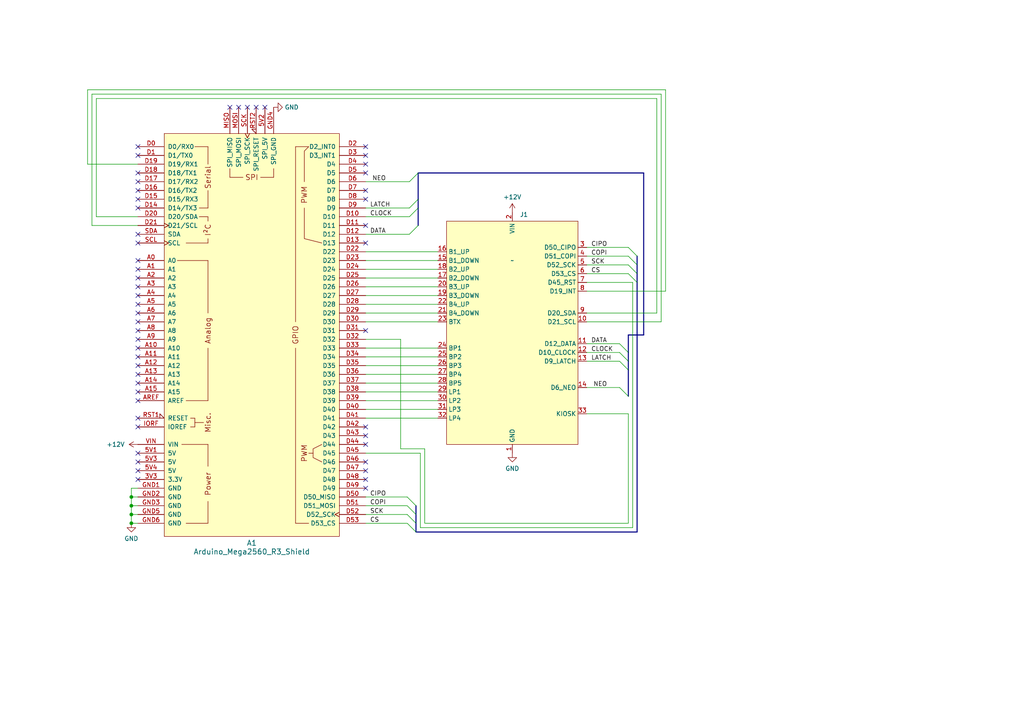
<source format=kicad_sch>
(kicad_sch (version 20230121) (generator eeschema)
  (paper "A4")
  (lib_symbols
    (symbol "Arduino:Arduino_Mega2560_R3_Shield" (pin_names (offset 1.016))
      (property "Reference" "A" (at 0 -62.23 0))
      (property "Value" "Arduino_Mega2560_R3_Shield" (at 0 -66.04 0))
      (symbol "Arduino_Mega2560_R3_Shield_0_0"
        (rectangle (start -25.4 -58.42) (end 25.4 58.42) (fill (type background)))
        (rectangle (start -20.32 -31.75) (end -12.7 -31.75))
        (rectangle (start -19.05 -54.61) (end -12.7 -54.61))
        (rectangle (start -19.05 -19.05) (end -12.7 -19.05))
        (rectangle (start -19.05 26.67) (end -12.7 26.67))
        (rectangle (start -17.78 -26.67) (end -16.51 -26.67))
        (rectangle (start -17.78 -24.13) (end -16.51 -24.13))
        (rectangle (start -16.51 -25.4) (end -13.97 -25.4))
        (rectangle (start -16.51 -24.13) (end -16.51 -26.67))
        (rectangle (start -16.51 54.61) (end -12.7 54.61))
        (rectangle (start -15.24 34.29) (end -12.7 34.29))
        (rectangle (start -15.24 36.83) (end -12.7 36.83))
        (rectangle (start -12.7 -54.61) (end -12.7 -48.26))
        (rectangle (start -12.7 -31.75) (end -12.7 -38.1))
        (rectangle (start -12.7 26.67) (end -12.7 27.94))
        (rectangle (start -12.7 34.29) (end -12.7 33.02))
        (rectangle (start -12.7 41.91) (end -12.7 36.83))
        (rectangle (start -12.7 49.53) (end -12.7 54.61))
        (rectangle (start -6.35 48.26) (end -6.35 45.72))
        (rectangle (start -2.54 45.72) (end -6.35 45.72))
        (polyline (pts (xy -21.59 21.59) (xy -12.7 21.59)))
        (polyline (pts (xy -12.7 -19.05) (xy -12.7 -3.81)))
        (polyline (pts (xy -12.7 6.35) (xy -12.7 21.59)))
        (polyline (pts (xy 12.7 -54.61) (xy 16.51 -54.61)))
        (polyline (pts (xy 12.7 54.61) (xy 16.51 54.61)))
        (polyline (pts (xy 17.78 -34.29) (xy 16.51 -34.29)))
        (polyline (pts (xy 15.24 36.83) (xy 15.24 27.94) (xy 20.32 26.67)))
        (polyline (pts (xy 15.24 44.45) (xy 15.24 53.34) (xy 16.51 54.61)))
        (polyline (pts (xy 20.32 -31.75) (xy 17.78 -33.02) (xy 17.78 -35.56) (xy 20.32 -36.83)))
        (rectangle (start 6.35 45.72) (end 2.54 45.72))
        (rectangle (start 6.35 48.26) (end 6.35 45.72))
        (text "Analog" (at -12.7 1.27 900) (effects (font (size 1.524 1.524))))
        (text "I²C" (at -12.7 30.48 900) (effects (font (size 1.524 1.524))))
        (text "Misc." (at -12.7 -25.4 900) (effects (font (size 1.524 1.524))))
        (text "Power" (at -12.7 -43.18 900) (effects (font (size 1.524 1.524))))
        (text "PWM" (at 15.24 -34.29 900) (effects (font (size 1.524 1.524))))
        (text "PWM" (at 15.24 40.64 900) (effects (font (size 1.524 1.524))))
        (text "Serial" (at -12.7 45.72 900) (effects (font (size 1.524 1.524))))
        (text "SPI" (at 0 45.72 0) (effects (font (size 1.524 1.524))))
      )
      (symbol "Arduino_Mega2560_R3_Shield_1_0"
        (rectangle (start 12.7 -54.61) (end 12.7 -3.81))
        (rectangle (start 12.7 54.61) (end 12.7 3.81))
        (text "GPIO" (at 12.7 0 900) (effects (font (size 1.524 1.524))))
      )
      (symbol "Arduino_Mega2560_R3_Shield_1_1"
        (pin power_out line (at -33.02 -41.91 0) (length 7.62) (name "3.3V") (number "3V3"))
        (pin power_in line (at -33.02 -34.29 0) (length 7.62) (name "5V") (number "5V1"))
        (pin power_in line (at 3.81 66.04 270) (length 7.62) (name "SPI_5V") (number "5V2"))
        (pin power_in line (at -33.02 -36.83 0) (length 7.62) (name "5V") (number "5V3"))
        (pin power_in line (at -33.02 -39.37 0) (length 7.62) (name "5V") (number "5V4"))
        (pin bidirectional line (at -33.02 21.59 0) (length 7.62) (name "A0") (number "A0"))
        (pin bidirectional line (at -33.02 19.05 0) (length 7.62) (name "A1") (number "A1"))
        (pin bidirectional line (at -33.02 -3.81 0) (length 7.62) (name "A10") (number "A10"))
        (pin bidirectional line (at -33.02 -6.35 0) (length 7.62) (name "A11") (number "A11"))
        (pin bidirectional line (at -33.02 -8.89 0) (length 7.62) (name "A12") (number "A12"))
        (pin bidirectional line (at -33.02 -11.43 0) (length 7.62) (name "A13") (number "A13"))
        (pin bidirectional line (at -33.02 -13.97 0) (length 7.62) (name "A14") (number "A14"))
        (pin bidirectional line (at -33.02 -16.51 0) (length 7.62) (name "A15") (number "A15"))
        (pin bidirectional line (at -33.02 16.51 0) (length 7.62) (name "A2") (number "A2"))
        (pin bidirectional line (at -33.02 13.97 0) (length 7.62) (name "A3") (number "A3"))
        (pin bidirectional line (at -33.02 11.43 0) (length 7.62) (name "A4") (number "A4"))
        (pin bidirectional line (at -33.02 8.89 0) (length 7.62) (name "A5") (number "A5"))
        (pin bidirectional line (at -33.02 6.35 0) (length 7.62) (name "A6") (number "A6"))
        (pin bidirectional line (at -33.02 3.81 0) (length 7.62) (name "A7") (number "A7"))
        (pin bidirectional line (at -33.02 1.27 0) (length 7.62) (name "A8") (number "A8"))
        (pin bidirectional line (at -33.02 -1.27 0) (length 7.62) (name "A9") (number "A9"))
        (pin input line (at -33.02 -19.05 0) (length 7.62) (name "AREF") (number "AREF"))
        (pin bidirectional line (at -33.02 54.61 0) (length 7.62) (name "D0/RX0") (number "D0"))
        (pin bidirectional line (at -33.02 52.07 0) (length 7.62) (name "D1/TX0") (number "D1"))
        (pin bidirectional line (at 33.02 34.29 180) (length 7.62) (name "D10") (number "D10"))
        (pin bidirectional line (at 33.02 31.75 180) (length 7.62) (name "D11") (number "D11"))
        (pin bidirectional line (at 33.02 29.21 180) (length 7.62) (name "D12") (number "D12"))
        (pin bidirectional line (at 33.02 26.67 180) (length 7.62) (name "D13") (number "D13"))
        (pin bidirectional line (at -33.02 36.83 0) (length 7.62) (name "D14/TX3") (number "D14"))
        (pin bidirectional line (at -33.02 39.37 0) (length 7.62) (name "D15/RX3") (number "D15"))
        (pin bidirectional line (at -33.02 41.91 0) (length 7.62) (name "D16/TX2") (number "D16"))
        (pin bidirectional line (at -33.02 44.45 0) (length 7.62) (name "D17/RX2") (number "D17"))
        (pin bidirectional line (at -33.02 46.99 0) (length 7.62) (name "D18/TX1") (number "D18"))
        (pin bidirectional line (at -33.02 49.53 0) (length 7.62) (name "D19/RX1") (number "D19"))
        (pin bidirectional line (at 33.02 54.61 180) (length 7.62) (name "D2_INT0") (number "D2"))
        (pin bidirectional line (at -33.02 34.29 0) (length 7.62) (name "D20/SDA") (number "D20"))
        (pin bidirectional clock (at -33.02 31.75 0) (length 7.62) (name "D21/SCL") (number "D21"))
        (pin bidirectional line (at 33.02 24.13 180) (length 7.62) (name "D22") (number "D22"))
        (pin bidirectional line (at 33.02 21.59 180) (length 7.62) (name "D23") (number "D23"))
        (pin bidirectional line (at 33.02 19.05 180) (length 7.62) (name "D24") (number "D24"))
        (pin bidirectional line (at 33.02 16.51 180) (length 7.62) (name "D25") (number "D25"))
        (pin bidirectional line (at 33.02 13.97 180) (length 7.62) (name "D26") (number "D26"))
        (pin bidirectional line (at 33.02 11.43 180) (length 7.62) (name "D27") (number "D27"))
        (pin bidirectional line (at 33.02 8.89 180) (length 7.62) (name "D28") (number "D28"))
        (pin bidirectional line (at 33.02 6.35 180) (length 7.62) (name "D29") (number "D29"))
        (pin bidirectional line (at 33.02 52.07 180) (length 7.62) (name "D3_INT1") (number "D3"))
        (pin bidirectional line (at 33.02 3.81 180) (length 7.62) (name "D30") (number "D30"))
        (pin bidirectional line (at 33.02 1.27 180) (length 7.62) (name "D31") (number "D31"))
        (pin bidirectional line (at 33.02 -1.27 180) (length 7.62) (name "D32") (number "D32"))
        (pin bidirectional line (at 33.02 -3.81 180) (length 7.62) (name "D33") (number "D33"))
        (pin bidirectional line (at 33.02 -6.35 180) (length 7.62) (name "D34") (number "D34"))
        (pin bidirectional line (at 33.02 -8.89 180) (length 7.62) (name "D35") (number "D35"))
        (pin bidirectional line (at 33.02 -11.43 180) (length 7.62) (name "D36") (number "D36"))
        (pin bidirectional line (at 33.02 -13.97 180) (length 7.62) (name "D37") (number "D37"))
        (pin bidirectional line (at 33.02 -16.51 180) (length 7.62) (name "D38") (number "D38"))
        (pin bidirectional line (at 33.02 -19.05 180) (length 7.62) (name "D39") (number "D39"))
        (pin bidirectional line (at 33.02 49.53 180) (length 7.62) (name "D4") (number "D4"))
        (pin bidirectional line (at 33.02 -21.59 180) (length 7.62) (name "D40") (number "D40"))
        (pin bidirectional line (at 33.02 -24.13 180) (length 7.62) (name "D41") (number "D41"))
        (pin bidirectional line (at 33.02 -26.67 180) (length 7.62) (name "D42") (number "D42"))
        (pin bidirectional line (at 33.02 -29.21 180) (length 7.62) (name "D43") (number "D43"))
        (pin bidirectional line (at 33.02 -31.75 180) (length 7.62) (name "D44") (number "D44"))
        (pin bidirectional line (at 33.02 -34.29 180) (length 7.62) (name "D45") (number "D45"))
        (pin bidirectional line (at 33.02 -36.83 180) (length 7.62) (name "D46") (number "D46"))
        (pin bidirectional line (at 33.02 -39.37 180) (length 7.62) (name "D47") (number "D47"))
        (pin bidirectional line (at 33.02 -41.91 180) (length 7.62) (name "D48") (number "D48"))
        (pin bidirectional line (at 33.02 -44.45 180) (length 7.62) (name "D49") (number "D49"))
        (pin bidirectional line (at 33.02 46.99 180) (length 7.62) (name "D5") (number "D5"))
        (pin bidirectional line (at 33.02 -46.99 180) (length 7.62) (name "D50_MISO") (number "D50"))
        (pin bidirectional line (at 33.02 -49.53 180) (length 7.62) (name "D51_MOSI") (number "D51"))
        (pin bidirectional clock (at 33.02 -52.07 180) (length 7.62) (name "D52_SCK") (number "D52"))
        (pin bidirectional line (at 33.02 -54.61 180) (length 7.62) (name "D53_CS") (number "D53"))
        (pin bidirectional line (at 33.02 44.45 180) (length 7.62) (name "D6") (number "D6"))
        (pin bidirectional line (at 33.02 41.91 180) (length 7.62) (name "D7") (number "D7"))
        (pin bidirectional line (at 33.02 39.37 180) (length 7.62) (name "D8") (number "D8"))
        (pin bidirectional line (at 33.02 36.83 180) (length 7.62) (name "D9") (number "D9"))
        (pin power_in line (at -33.02 -44.45 0) (length 7.62) (name "GND") (number "GND1"))
        (pin power_in line (at -33.02 -46.99 0) (length 7.62) (name "GND") (number "GND2"))
        (pin power_in line (at -33.02 -49.53 0) (length 7.62) (name "GND") (number "GND3"))
        (pin power_in line (at 6.35 66.04 270) (length 7.62) (name "SPI_GND") (number "GND4"))
        (pin power_in line (at -33.02 -52.07 0) (length 7.62) (name "GND") (number "GND5"))
        (pin power_in line (at -33.02 -54.61 0) (length 7.62) (name "GND") (number "GND6"))
        (pin output line (at -33.02 -26.67 0) (length 7.62) (name "IOREF") (number "IORF"))
        (pin input line (at -6.35 66.04 270) (length 7.62) (name "SPI_MISO") (number "MISO"))
        (pin output line (at -3.81 66.04 270) (length 7.62) (name "SPI_MOSI") (number "MOSI"))
        (pin open_collector input_low (at -33.02 -24.13 0) (length 7.62) (name "RESET") (number "RST1"))
        (pin open_collector input_low (at 1.27 66.04 270) (length 7.62) (name "SPI_RESET") (number "RST2"))
        (pin output clock (at -1.27 66.04 270) (length 7.62) (name "SPI_SCK") (number "SCK"))
        (pin bidirectional clock (at -33.02 26.67 0) (length 7.62) (name "SCL") (number "SCL"))
        (pin bidirectional line (at -33.02 29.21 0) (length 7.62) (name "SDA") (number "SDA"))
        (pin power_in line (at -33.02 -31.75 0) (length 7.62) (name "VIN") (number "VIN"))
      )
    )
    (symbol "iowa-rover:Mega_Connector"
      (property "Reference" "J" (at 0 0 0))
      (symbol "Mega_Connector_1_1"
        (rectangle (start -19.05 11.43) (end 19.05 -53.34) (fill (type background)))
        (pin input line (at 0 -55.88 90) (length 2.54) (name "GND") (number "1"))
        (pin input line (at 21.59 -17.78 180) (length 2.54) (name "D21_SCL") (number "10"))
        (pin input line (at 21.59 -24.13 180) (length 2.54) (name "D12_DATA") (number "11"))
        (pin input line (at 21.59 -26.67 180) (length 2.54) (name "D10_CLOCK") (number "12"))
        (pin input line (at 21.59 -29.21 180) (length 2.54) (name "D9_LATCH") (number "13"))
        (pin input line (at 21.59 -36.83 180) (length 2.54) (name "D6_NEO") (number "14"))
        (pin input line (at -21.59 0 0) (length 2.54) (name "B1_DOWN") (number "15"))
        (pin input line (at -21.59 2.54 0) (length 2.54) (name "B1_UP") (number "16"))
        (pin input line (at -21.59 -5.08 0) (length 2.54) (name "B2_DOWN") (number "17"))
        (pin input line (at -21.59 -2.54 0) (length 2.54) (name "B2_UP") (number "18"))
        (pin input line (at -21.59 -10.16 0) (length 2.54) (name "B3_DOWN") (number "19"))
        (pin input line (at 0 13.97 270) (length 2.54) (name "VIN") (number "2"))
        (pin input line (at -21.59 -7.62 0) (length 2.54) (name "B3_UP") (number "20"))
        (pin input line (at -21.59 -15.24 0) (length 2.54) (name "B4_DOWN") (number "21"))
        (pin input line (at -21.59 -12.7 0) (length 2.54) (name "B4_UP") (number "22"))
        (pin input line (at -21.59 -17.78 0) (length 2.54) (name "BTX") (number "23"))
        (pin input line (at -21.59 -25.4 0) (length 2.54) (name "BP1") (number "24"))
        (pin input line (at -21.59 -27.94 0) (length 2.54) (name "BP2") (number "25"))
        (pin input line (at -21.59 -30.48 0) (length 2.54) (name "BP3") (number "26"))
        (pin input line (at -21.59 -33.02 0) (length 2.54) (name "BP4") (number "27"))
        (pin input line (at -21.59 -35.56 0) (length 2.54) (name "BP5") (number "28"))
        (pin input line (at -21.59 -38.1 0) (length 2.54) (name "LP1") (number "29"))
        (pin input line (at 21.59 3.81 180) (length 2.54) (name "D50_CIPO") (number "3"))
        (pin input line (at -21.59 -40.64 0) (length 2.54) (name "LP2") (number "30"))
        (pin input line (at -21.59 -43.18 0) (length 2.54) (name "LP3") (number "31"))
        (pin input line (at -21.59 -45.72 0) (length 2.54) (name "LP4") (number "32"))
        (pin input line (at 21.59 -44.45 180) (length 2.54) (name "KIOSK") (number "33"))
        (pin no_connect line (at 43.18 -15.24 180) (length 2.54) hide (name "NC") (number "34"))
        (pin no_connect line (at 43.18 -17.78 180) (length 2.54) hide (name "NC") (number "35"))
        (pin no_connect line (at 43.18 -20.32 180) (length 2.54) hide (name "NC") (number "36"))
        (pin no_connect line (at 43.18 -22.86 180) (length 2.54) hide (name "NC") (number "37"))
        (pin no_connect line (at 43.18 -25.4 180) (length 2.54) hide (name "NC") (number "38"))
        (pin no_connect line (at 43.18 -27.94 180) (length 2.54) hide (name "NC") (number "39"))
        (pin input line (at 21.59 1.27 180) (length 2.54) (name "D51_COPI") (number "4"))
        (pin no_connect line (at 43.18 -30.48 180) (length 2.54) hide (name "NC") (number "40"))
        (pin input line (at 21.59 -1.27 180) (length 2.54) (name "D52_SCK") (number "5"))
        (pin input line (at 21.59 -3.81 180) (length 2.54) (name "D53_CS") (number "6"))
        (pin input line (at 21.59 -6.35 180) (length 2.54) (name "D45_RST") (number "7"))
        (pin input line (at 21.59 -8.89 180) (length 2.54) (name "D19_INT") (number "8"))
        (pin input line (at 21.59 -15.24 180) (length 2.54) (name "D20_SDA") (number "9"))
      )
    )
    (symbol "power:+12V" (power) (pin_names (offset 0))
      (property "Value" "+12V" (at 0 3.556 0))
      (symbol "+12V_0_1"
        (polyline (pts (xy -0.762 1.27) (xy 0 2.54)))
        (polyline (pts (xy 0 0) (xy 0 2.54)))
        (polyline (pts (xy 0 2.54) (xy 0.762 1.27)))
      )
      (symbol "+12V_1_1"
        (pin power_in line (at 0 0 90) (length 0) hide (name "+12V") (number "1"))
      )
    )
    (symbol "power:GND" (power) (pin_names (offset 0))
      (property "Value" "GND" (at 0 -3.81 0))
      (symbol "GND_0_1"
        (polyline (pts (xy 0 0) (xy 0 -1.27) (xy 1.27 -1.27) (xy 0 -2.54) (xy -1.27 -1.27) (xy 0 -1.27)))
      )
      (symbol "GND_1_1"
        (pin power_in line (at 0 0 270) (length 0) hide (name "GND") (number "1"))
      )
    )
  )
  (junction (at 38.1 149.225))
  (junction (at 38.1 146.685))
  (junction (at 38.1 151.765))
  (junction (at 38.1 144.145))
  (no_connect (at 40.005 70.485))
  (no_connect (at 40.005 45.085))
  (no_connect (at 40.005 52.705))
  (no_connect (at 40.005 98.425))
  (no_connect (at 106.045 123.825))
  (no_connect (at 40.005 83.185))
  (no_connect (at 40.005 131.445))
  (no_connect (at 40.005 111.125))
  (no_connect (at 106.045 133.985))
  (no_connect (at 69.215 31.115))
  (no_connect (at 40.005 80.645))
  (no_connect (at 40.005 103.505))
  (no_connect (at 40.005 88.265))
  (no_connect (at 106.045 57.785))
  (no_connect (at 40.005 108.585))
  (no_connect (at 76.835 31.115))
  (no_connect (at 106.045 141.605))
  (no_connect (at 40.005 75.565))
  (no_connect (at 40.005 95.885))
  (no_connect (at 40.005 123.825))
  (no_connect (at 106.045 47.625))
  (no_connect (at 40.005 55.245))
  (no_connect (at 40.005 113.665))
  (no_connect (at 40.005 133.985))
  (no_connect (at 40.005 93.345))
  (no_connect (at 106.045 126.365))
  (no_connect (at 106.045 128.905))
  (no_connect (at 40.005 139.065))
  (no_connect (at 40.005 106.045))
  (no_connect (at 40.005 67.945))
  (no_connect (at 40.005 116.205))
  (no_connect (at 40.005 42.545))
  (no_connect (at 106.045 65.405))
  (no_connect (at 40.005 90.805))
  (no_connect (at 106.045 70.485))
  (no_connect (at 40.005 57.785))
  (no_connect (at 40.005 85.725))
  (no_connect (at 66.675 31.115))
  (no_connect (at 40.005 78.105))
  (no_connect (at 40.005 60.325))
  (no_connect (at 106.045 139.065))
  (no_connect (at 106.045 42.545))
  (no_connect (at 106.045 45.085))
  (no_connect (at 40.005 50.165))
  (no_connect (at 40.005 121.285))
  (no_connect (at 40.005 100.965))
  (no_connect (at 106.045 136.525))
  (no_connect (at 106.045 50.165))
  (no_connect (at 74.295 31.115))
  (no_connect (at 106.045 95.885))
  (no_connect (at 71.755 31.115))
  (no_connect (at 40.005 136.525))
  (no_connect (at 106.045 55.245))
  (bus_entry (at 182.245 76.835) (size 2.54 2.54))
  (bus_entry (at 179.705 102.235) (size 2.54 2.54))
  (bus_entry (at 182.245 79.375) (size 2.54 2.54))
  (bus_entry (at 118.745 67.945) (size 2.54 -2.54))
  (bus_entry (at 118.745 52.705) (size 2.54 -2.54))
  (bus_entry (at 182.245 71.755) (size 2.54 2.54))
  (bus_entry (at 179.705 104.775) (size 2.54 2.54))
  (bus_entry (at 118.11 146.685) (size 2.54 2.54))
  (bus_entry (at 118.11 151.765) (size 2.54 2.54))
  (bus_entry (at 118.11 149.225) (size 2.54 2.54))
  (bus_entry (at 179.705 99.695) (size 2.54 2.54))
  (bus_entry (at 118.745 62.865) (size 2.54 -2.54))
  (bus_entry (at 182.245 74.295) (size 2.54 2.54))
  (bus_entry (at 118.11 144.145) (size 2.54 2.54))
  (bus_entry (at 179.705 112.395) (size 2.54 2.54))
  (bus_entry (at 118.745 60.325) (size 2.54 -2.54))
  (wire (pts (xy 127 118.745) (xy 106.045 118.745)))
  (wire (pts (xy 38.1 149.225) (xy 40.005 149.225)))
  (wire (pts (xy 182.245 120.015) (xy 170.18 120.015)))
  (bus (pts (xy 182.245 104.775) (xy 182.245 107.315)))
  (wire (pts (xy 127 121.285) (xy 106.045 121.285)))
  (wire (pts (xy 127 116.205) (xy 106.045 116.205)))
  (bus (pts (xy 184.785 81.915) (xy 184.785 154.305)))
  (wire (pts (xy 127 113.665) (xy 106.045 113.665)))
  (wire (pts (xy 183.515 153.035) (xy 183.515 81.915)))
  (wire (pts (xy 106.045 151.765) (xy 118.11 151.765)))
  (bus (pts (xy 186.69 50.165) (xy 186.69 97.155)))
  (wire (pts (xy 182.245 151.765) (xy 182.245 120.015)))
  (wire (pts (xy 127 88.265) (xy 106.045 88.265)))
  (wire (pts (xy 170.18 84.455) (xy 193.04 84.455)))
  (wire (pts (xy 26.67 27.305) (xy 191.77 27.305)))
  (bus (pts (xy 120.65 154.305) (xy 184.785 154.305)))
  (wire (pts (xy 25.4 26.035) (xy 25.4 47.625)))
  (wire (pts (xy 116.205 130.175) (xy 123.19 130.175)))
  (bus (pts (xy 184.785 74.295) (xy 184.785 76.835)))
  (bus (pts (xy 186.69 97.155) (xy 182.245 97.155)))
  (wire (pts (xy 106.045 149.225) (xy 118.11 149.225)))
  (wire (pts (xy 27.94 28.575) (xy 190.5 28.575)))
  (wire (pts (xy 106.045 144.145) (xy 118.11 144.145)))
  (wire (pts (xy 170.18 99.695) (xy 179.705 99.695)))
  (wire (pts (xy 127 73.025) (xy 106.045 73.025)))
  (wire (pts (xy 106.045 52.705) (xy 118.745 52.705)))
  (bus (pts (xy 182.245 107.315) (xy 182.245 114.935)))
  (wire (pts (xy 123.19 151.765) (xy 182.245 151.765)))
  (wire (pts (xy 170.18 104.775) (xy 179.705 104.775)))
  (bus (pts (xy 121.285 57.785) (xy 121.285 50.165)))
  (wire (pts (xy 38.1 151.765) (xy 40.005 151.765)))
  (bus (pts (xy 120.65 146.685) (xy 120.65 149.225)))
  (bus (pts (xy 121.285 60.325) (xy 121.285 57.785)))
  (wire (pts (xy 116.205 98.425) (xy 116.205 130.175)))
  (bus (pts (xy 184.785 79.375) (xy 184.785 81.915)))
  (wire (pts (xy 38.1 144.145) (xy 38.1 146.685)))
  (wire (pts (xy 26.67 65.405) (xy 26.67 27.305)))
  (wire (pts (xy 127 100.965) (xy 106.045 100.965)))
  (wire (pts (xy 127 103.505) (xy 106.045 103.505)))
  (wire (pts (xy 170.18 71.755) (xy 182.245 71.755)))
  (wire (pts (xy 38.1 144.145) (xy 40.005 144.145)))
  (wire (pts (xy 106.045 146.685) (xy 118.11 146.685)))
  (bus (pts (xy 121.285 50.165) (xy 186.69 50.165)))
  (wire (pts (xy 127 78.105) (xy 106.045 78.105)))
  (wire (pts (xy 193.04 84.455) (xy 193.04 26.035)))
  (wire (pts (xy 38.1 146.685) (xy 40.005 146.685)))
  (wire (pts (xy 190.5 90.805) (xy 170.18 90.805)))
  (wire (pts (xy 38.1 141.605) (xy 40.005 141.605)))
  (wire (pts (xy 193.04 26.035) (xy 25.4 26.035)))
  (wire (pts (xy 127 75.565) (xy 106.045 75.565)))
  (wire (pts (xy 121.92 153.035) (xy 183.515 153.035)))
  (wire (pts (xy 170.18 76.835) (xy 182.245 76.835)))
  (wire (pts (xy 106.045 60.325) (xy 118.745 60.325)))
  (wire (pts (xy 106.045 62.865) (xy 118.745 62.865)))
  (wire (pts (xy 121.92 131.445) (xy 121.92 153.035)))
  (wire (pts (xy 127 80.645) (xy 106.045 80.645)))
  (wire (pts (xy 170.18 102.235) (xy 179.705 102.235)))
  (wire (pts (xy 127 106.045) (xy 106.045 106.045)))
  (wire (pts (xy 191.77 93.345) (xy 170.18 93.345)))
  (bus (pts (xy 182.245 102.235) (xy 182.245 104.775)))
  (wire (pts (xy 106.045 67.945) (xy 118.745 67.945)))
  (wire (pts (xy 127 93.345) (xy 106.045 93.345)))
  (wire (pts (xy 27.94 62.865) (xy 27.94 28.575)))
  (wire (pts (xy 25.4 47.625) (xy 40.005 47.625)))
  (wire (pts (xy 127 90.805) (xy 106.045 90.805)))
  (wire (pts (xy 106.045 131.445) (xy 121.92 131.445)))
  (wire (pts (xy 170.18 74.295) (xy 182.245 74.295)))
  (bus (pts (xy 121.285 65.405) (xy 121.285 60.325)))
  (wire (pts (xy 127 111.125) (xy 106.045 111.125)))
  (wire (pts (xy 38.1 141.605) (xy 38.1 144.145)))
  (bus (pts (xy 120.65 149.225) (xy 120.65 151.765)))
  (wire (pts (xy 38.1 149.225) (xy 38.1 151.765)))
  (wire (pts (xy 191.77 27.305) (xy 191.77 93.345)))
  (wire (pts (xy 170.18 112.395) (xy 179.705 112.395)))
  (bus (pts (xy 182.245 97.155) (xy 182.245 102.235)))
  (bus (pts (xy 184.785 76.835) (xy 184.785 79.375)))
  (bus (pts (xy 120.65 151.765) (xy 120.65 154.305)))
  (wire (pts (xy 123.19 130.175) (xy 123.19 151.765)))
  (wire (pts (xy 190.5 28.575) (xy 190.5 90.805)))
  (wire (pts (xy 183.515 81.915) (xy 170.18 81.915)))
  (wire (pts (xy 40.005 62.865) (xy 27.94 62.865)))
  (wire (pts (xy 127 83.185) (xy 106.045 83.185)))
  (wire (pts (xy 40.005 65.405) (xy 26.67 65.405)))
  (wire (pts (xy 127 108.585) (xy 106.045 108.585)))
  (wire (pts (xy 127 85.725) (xy 106.045 85.725)))
  (wire (pts (xy 38.1 146.685) (xy 38.1 149.225)))
  (wire (pts (xy 106.045 98.425) (xy 116.205 98.425)))
  (wire (pts (xy 170.18 79.375) (xy 182.245 79.375)))
  (label "SCK" (at 171.45 76.835 0))
  (label "DATA" (at 107.315 67.945 0))
  (label "CLOCK" (at 107.315 62.865 0))
  (label "SCK" (at 107.315 149.225 0))
  (label "COPI" (at 171.45 74.295 0))
  (label "NEO" (at 107.95 52.705 0))
  (label "NEO" (at 172.085 112.395 0))
  (label "LATCH" (at 171.45 104.775 0))
  (label "DATA" (at 171.45 99.695 0))
  (label "CIPO" (at 107.315 144.145 0))
  (label "CLOCK" (at 171.45 102.235 0))
  (label "CS" (at 171.45 79.375 0))
  (label "CS" (at 107.315 151.765 0))
  (label "CIPO" (at 171.45 71.755 0))
  (label "LATCH" (at 107.315 60.325 0))
  (label "COPI" (at 107.315 146.685 0))
  (symbol (lib_id "power:GND") (at 38.1 151.765 0) (unit 1)
    (property "Reference" "#PWR04" (effects hide))
    (property "Value" "GND" (at 38.1 156.21 0))
  )
  (symbol (lib_id "iowa-rover:Mega_Connector") (at 148.59 75.565 0) (unit 1)
    (property "Reference" "J1" (at 150.7841 62.23 0) (effects (justify left)))
    (property "Value" "~" (at 148.59 75.565 0))
    (property "Footprint" "Connector_PinHeader_2.54mm:PinHeader_2x20_P2.54mm_Vertical" (effects hide))
  )
  (symbol (lib_id "power:GND") (at 79.375 31.115 90) (unit 1)
    (property "Reference" "#PWR05" (effects hide))
    (property "Value" "GND" (at 82.55 31.115 90) (effects (justify right)))
  )
  (symbol (lib_id "power:+12V") (at 148.59 61.595 0) (unit 1)
    (property "Reference" "#PWR02" (effects hide))
    (property "Value" "+12V" (at 148.59 57.15 0))
  )
  (symbol (lib_id "power:+12V") (at 40.005 128.905 90) (unit 1)
    (property "Reference" "#PWR03" (effects hide))
    (property "Value" "+12V" (at 36.195 128.905 90) (effects (justify left)))
  )
  (symbol (lib_id "power:GND") (at 148.59 131.445 0) (unit 1)
    (property "Reference" "#PWR01" (effects hide))
    (property "Value" "GND" (at 148.59 135.89 0))
  )
  (symbol (lib_id "Arduino:Arduino_Mega2560_R3_Shield") (at 73.025 97.155 0) (unit 1)
    (property "Reference" "A1" (at 73.025 157.48 0) (effects (font (size 1.524 1.524))))
    (property "Value" "Arduino_Mega2560_R3_Shield" (at 73.025 160.02 0) (effects (font (size 1.524 1.524))))
    (property "Footprint" "Arduino:Arduino_Mega2560_R3_Shield" (effects hide))
    (property "Datasheet" "https://docs.arduino.cc/hardware/mega-2560" (effects hide))
  )
)
</source>
